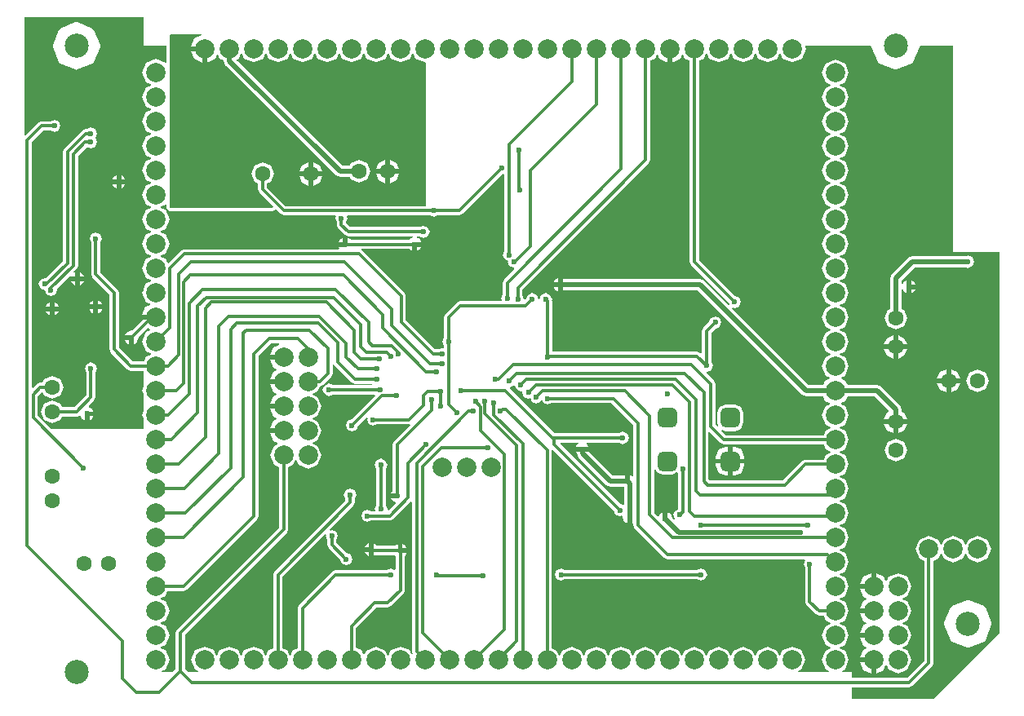
<source format=gbl>
G04 Layer_Physical_Order=2*
G04 Layer_Color=16711680*
%FSLAX44Y44*%
%MOMM*%
G71*
G01*
G75*
%ADD22C,0.3000*%
%ADD23C,0.5000*%
G04:AMPARAMS|DCode=24|XSize=2mm|YSize=2mm|CornerRadius=0.5mm|HoleSize=0mm|Usage=FLASHONLY|Rotation=180.000|XOffset=0mm|YOffset=0mm|HoleType=Round|Shape=RoundedRectangle|*
%AMROUNDEDRECTD24*
21,1,2.0000,1.0000,0,0,180.0*
21,1,1.0000,2.0000,0,0,180.0*
1,1,1.0000,-0.5000,0.5000*
1,1,1.0000,0.5000,0.5000*
1,1,1.0000,0.5000,-0.5000*
1,1,1.0000,-0.5000,-0.5000*
%
%ADD24ROUNDEDRECTD24*%
%ADD25C,2.5000*%
%ADD26C,1.6000*%
%ADD27C,2.0000*%
%ADD28C,0.6000*%
G36*
X194834Y712085D02*
X195071Y710857D01*
X187486Y707715D01*
X184083Y699500D01*
X198201D01*
Y697000D01*
X200701D01*
Y682882D01*
X208916Y686285D01*
X210818Y690877D01*
X212068D01*
X213653Y687052D01*
X217649Y685396D01*
Y684398D01*
X219393Y680188D01*
X334291Y565290D01*
X338500Y563547D01*
X348560D01*
X349581Y561081D01*
X358000Y557594D01*
X366419Y561081D01*
X369906Y569500D01*
X366419Y577919D01*
X358000Y581406D01*
X349581Y577919D01*
X348560Y575453D01*
X340966D01*
X231388Y685031D01*
X231632Y686257D01*
X233552Y687052D01*
X235677Y692183D01*
X236927D01*
X239053Y687052D01*
X249002Y682931D01*
X258952Y687052D01*
X261077Y692181D01*
X262327D01*
X264452Y687051D01*
X274402Y682930D01*
X284351Y687051D01*
X286477Y692182D01*
X287727D01*
X289852Y687051D01*
X299802Y682930D01*
X309751Y687051D01*
X311877Y692182D01*
X313127D01*
X315252Y687051D01*
X325202Y682930D01*
X335151Y687051D01*
X337277Y692182D01*
X338527D01*
X340652Y687051D01*
X350602Y682930D01*
X360551Y687051D01*
X362676Y692180D01*
X363926D01*
X366051Y687050D01*
X376001Y682929D01*
X385951Y687050D01*
X388076Y692181D01*
X389326D01*
X391451Y687050D01*
X401401Y682929D01*
X411351Y687050D01*
X413477Y692184D01*
X414727D01*
X416853Y687052D01*
X426802Y682931D01*
X426961Y682996D01*
X428000Y682302D01*
X428000Y533871D01*
X282017D01*
X262871Y553018D01*
Y557111D01*
X266419Y558581D01*
X269906Y567000D01*
X266419Y575419D01*
X258000Y578906D01*
X249581Y575419D01*
X246094Y567000D01*
X249581Y558581D01*
X253129Y557111D01*
Y551000D01*
X254556Y547556D01*
X268957Y533155D01*
X268479Y532000D01*
X162000D01*
X162000Y711566D01*
X162889Y712445D01*
X194834Y712085D01*
D02*
G37*
G36*
X733457Y287654D02*
X736902Y286228D01*
X840446D01*
X842550Y281149D01*
X847681Y279023D01*
Y277773D01*
X842550Y275648D01*
X840446Y270569D01*
X821698D01*
X818254Y269142D01*
X797982Y248871D01*
X722018D01*
X720871Y250018D01*
Y298608D01*
X722026Y299086D01*
X733457Y287654D01*
D02*
G37*
G36*
X667127Y257736D02*
X673250Y255200D01*
X683250D01*
X687898Y257125D01*
X689129Y256282D01*
Y218720D01*
X686408Y217592D01*
X684506Y213000D01*
X686145Y209042D01*
X685086Y208333D01*
X682981Y210438D01*
X681357Y214357D01*
X678500Y215541D01*
Y209000D01*
X673500D01*
Y215541D01*
X670642Y214357D01*
X669576Y211782D01*
X668350Y211539D01*
X664871Y215018D01*
Y259979D01*
X666097Y260223D01*
X667127Y257736D01*
D02*
G37*
G36*
X509129Y566677D02*
Y486920D01*
X507506Y483000D01*
X509408Y478408D01*
X512903Y476960D01*
X512506Y476000D01*
X514408Y471408D01*
X518894Y469550D01*
X519463Y468351D01*
X508556Y457444D01*
X507129Y454000D01*
Y441920D01*
X505506Y438000D01*
X506371Y435910D01*
X505677Y434871D01*
X463000D01*
X459556Y433444D01*
X447556Y421444D01*
X446129Y418000D01*
Y396920D01*
X444506Y393000D01*
X446129Y389080D01*
Y387152D01*
X445090Y386457D01*
X445000Y386494D01*
X441080Y384871D01*
X437018D01*
X406871Y415018D01*
Y440000D01*
X405444Y443444D01*
X361444Y487444D01*
X360394Y487879D01*
X360642Y489129D01*
X410441D01*
X410643Y488643D01*
X413500Y487459D01*
Y494000D01*
X416000D01*
Y496500D01*
X422541D01*
X421358Y499357D01*
X417684Y500879D01*
X417933Y502129D01*
X421080D01*
X425000Y500506D01*
X429592Y502408D01*
X431494Y507000D01*
X429592Y511592D01*
X425000Y513494D01*
X421080Y511871D01*
X349018D01*
X344871Y516017D01*
Y517080D01*
X346494Y521000D01*
X345629Y523090D01*
X346323Y524129D01*
X432080D01*
X436000Y522506D01*
X439920Y524129D01*
X462000D01*
X465444Y525556D01*
X506673Y566784D01*
X508090Y567371D01*
X509129Y566677D01*
D02*
G37*
G36*
X332556Y368556D02*
X350556Y350556D01*
X354000Y349129D01*
X371828D01*
X371835Y349121D01*
X371244Y347871D01*
X330920D01*
X327000Y349494D01*
X322408Y347592D01*
X320506Y343000D01*
X322408Y338408D01*
X327000Y336506D01*
X330920Y338129D01*
X374473D01*
X374991Y336879D01*
X350327Y312216D01*
X346408Y310592D01*
X344506Y306000D01*
X346408Y301408D01*
X351000Y299506D01*
X355592Y301408D01*
X357216Y305327D01*
X366091Y314203D01*
X367130Y313508D01*
X366506Y312000D01*
X368408Y307408D01*
X373000Y305506D01*
X376920Y307129D01*
X410000D01*
X410808Y307464D01*
X411516Y306404D01*
X394556Y289444D01*
X393129Y286000D01*
Y238559D01*
X392642Y238358D01*
X391459Y235500D01*
X398000D01*
Y230500D01*
X391459D01*
X392642Y227642D01*
X395925Y226283D01*
X396169Y225057D01*
X388737Y217625D01*
X388296Y217668D01*
X387494Y219000D01*
X385871Y222920D01*
Y261080D01*
X387494Y265000D01*
X385592Y269592D01*
X381000Y271494D01*
X376408Y269592D01*
X374506Y265000D01*
X376129Y261080D01*
Y222920D01*
X374506Y219000D01*
X374957Y217910D01*
X374263Y216871D01*
X370920D01*
X367000Y218494D01*
X362408Y216592D01*
X360506Y212000D01*
X362408Y207408D01*
X367000Y205506D01*
X370920Y207129D01*
X390000D01*
X393444Y208556D01*
X411879Y226991D01*
X413129Y226473D01*
Y70902D01*
X414095Y68570D01*
X413982Y68400D01*
X412571Y68539D01*
X410951Y72451D01*
X401001Y76572D01*
X391051Y72451D01*
X388925Y67318D01*
X387675D01*
X385550Y72450D01*
X375600Y76571D01*
X365650Y72450D01*
X364066Y68626D01*
X362816D01*
X360915Y73215D01*
X355071Y75636D01*
Y95782D01*
X376418Y117129D01*
X388000D01*
X391444Y118556D01*
X404444Y131556D01*
X405871Y135000D01*
Y170441D01*
X406358Y170643D01*
X407541Y173500D01*
X401000D01*
Y176000D01*
X398500D01*
Y182541D01*
X395643Y181357D01*
X395441Y180871D01*
X376973D01*
X376357Y182358D01*
X373500Y183541D01*
Y177000D01*
Y170459D01*
X375119Y171129D01*
X395441D01*
X395643Y170643D01*
X396129Y170441D01*
Y156688D01*
X394879Y155887D01*
X391000Y157494D01*
X387080Y155871D01*
X334000D01*
X330556Y154444D01*
X295957Y119845D01*
X294530Y116401D01*
Y74554D01*
X289451Y72451D01*
X287326Y67320D01*
X286076D01*
X283951Y72451D01*
X278872Y74554D01*
Y148983D01*
X323091Y193203D01*
X324130Y192508D01*
X323506Y191000D01*
X325129Y187080D01*
Y182000D01*
X326556Y178556D01*
X338784Y166327D01*
X340408Y162408D01*
X345000Y160506D01*
X349592Y162408D01*
X351494Y167000D01*
X349592Y171592D01*
X345672Y173216D01*
X334871Y184018D01*
Y187080D01*
X336494Y191000D01*
X334592Y195592D01*
X330000Y197494D01*
X328492Y196870D01*
X327797Y197909D01*
X352444Y222556D01*
X353871Y226000D01*
Y230080D01*
X355494Y234000D01*
X353592Y238592D01*
X349000Y240494D01*
X344408Y238592D01*
X342506Y234000D01*
X344129Y230080D01*
Y228018D01*
X270557Y154445D01*
X269130Y151001D01*
Y74554D01*
X264051Y72451D01*
X261926Y67320D01*
X260676D01*
X258551Y72451D01*
X248601Y76572D01*
X238651Y72451D01*
X236526Y67321D01*
X235276D01*
X233151Y72451D01*
X223202Y76573D01*
X213252Y72451D01*
X211127Y67321D01*
X209877D01*
X207751Y72451D01*
X197802Y76573D01*
X187852Y72451D01*
X183731Y62502D01*
X187852Y52552D01*
X191053Y51226D01*
X190809Y50000D01*
X180888D01*
X177871Y53018D01*
Y88982D01*
X283444Y194556D01*
X284871Y198000D01*
Y262946D01*
X289950Y265050D01*
X292075Y270181D01*
X293325D01*
X295450Y265050D01*
X305400Y260929D01*
X315350Y265050D01*
X319471Y275000D01*
X315350Y284950D01*
X310219Y287075D01*
Y288325D01*
X315350Y290450D01*
X319471Y300400D01*
X315350Y310350D01*
X310218Y312476D01*
Y313726D01*
X315349Y315851D01*
X319470Y325801D01*
X315349Y335751D01*
X310220Y337875D01*
Y339125D01*
X315350Y341250D01*
X317506Y346456D01*
X320644Y347756D01*
X329444Y356556D01*
X330871Y360000D01*
Y369358D01*
X332121Y369606D01*
X332556Y368556D01*
D02*
G37*
G36*
X519848Y347173D02*
X521408Y343408D01*
X526000Y341506D01*
X527061Y341945D01*
X527945Y341061D01*
X527506Y340000D01*
X529408Y335408D01*
X534000Y333506D01*
X535813Y334257D01*
X537408Y330408D01*
X542000Y328506D01*
X546592Y330408D01*
X547168Y331798D01*
X548418D01*
X549408Y329408D01*
X554000Y327506D01*
X557920Y329129D01*
X619982D01*
X643129Y305982D01*
Y254219D01*
X641879Y253556D01*
X639500Y254541D01*
Y248000D01*
X634500D01*
Y254541D01*
X633080Y253953D01*
X621466D01*
X596919Y278500D01*
X583459D01*
X584047Y277080D01*
Y277000D01*
X585790Y272791D01*
X614790Y243790D01*
X619000Y242047D01*
X633047D01*
Y223943D01*
X632007Y223249D01*
X629673Y224216D01*
X567009Y286879D01*
X567527Y288129D01*
X585716D01*
X585960Y286903D01*
X584642Y286357D01*
X583459Y283500D01*
X596541D01*
X595358Y286357D01*
X594040Y286903D01*
X594284Y288129D01*
X628080D01*
X632000Y286506D01*
X636592Y288408D01*
X638494Y293000D01*
X636592Y297592D01*
X632000Y299494D01*
X628080Y297871D01*
X561017D01*
X514520Y344368D01*
X514813Y345843D01*
X518592Y347408D01*
X519848Y347173D01*
D02*
G37*
G36*
X158753Y535493D02*
Y532000D01*
X159704Y529704D01*
X162000Y528753D01*
X268479D01*
X269075Y529000D01*
X269721D01*
X270178Y529457D01*
X270775Y529704D01*
X272177Y529935D01*
X276556Y525556D01*
X280000Y524129D01*
X333677D01*
X334371Y523090D01*
X333506Y521000D01*
X335129Y517080D01*
Y514000D01*
X336556Y510556D01*
X343556Y503556D01*
X347000Y502129D01*
X414067D01*
X414316Y500879D01*
X410643Y499357D01*
X410441Y498871D01*
X349559D01*
X349357Y499357D01*
X346500Y500541D01*
Y494000D01*
X344000D01*
Y491500D01*
X337459D01*
X338117Y489910D01*
X337423Y488871D01*
X177000D01*
X173556Y487444D01*
X160562Y474451D01*
X159337Y474695D01*
X157450Y479250D01*
X152318Y481376D01*
Y482626D01*
X157449Y484751D01*
X161570Y494701D01*
X157449Y504651D01*
X152318Y506776D01*
Y508026D01*
X157449Y510151D01*
X161570Y520101D01*
X157449Y530051D01*
X152320Y532175D01*
Y533425D01*
X157450Y535550D01*
X157527Y535736D01*
X158753Y535493D01*
D02*
G37*
G36*
X275533Y389903D02*
X269285Y387315D01*
X265882Y379100D01*
X280000D01*
Y374100D01*
X265882D01*
X269285Y365885D01*
X272568Y364525D01*
Y363275D01*
X269285Y361915D01*
X265882Y353700D01*
X280000D01*
Y348700D01*
X265882D01*
X269285Y340485D01*
X272567Y339126D01*
Y337876D01*
X269284Y336516D01*
X265881Y328301D01*
X279999D01*
Y323301D01*
X265881D01*
X269284Y315086D01*
X272568Y313725D01*
Y312475D01*
X269285Y311115D01*
X265882Y302900D01*
X280000D01*
Y297900D01*
X265882D01*
X269285Y289685D01*
X273874Y287784D01*
Y286534D01*
X270050Y284950D01*
X265929Y275000D01*
X270050Y265050D01*
X275129Y262946D01*
Y224000D01*
Y200018D01*
X169556Y94444D01*
X168129Y91000D01*
Y53018D01*
X165112Y50000D01*
X153531D01*
X153287Y51226D01*
X157450Y52950D01*
X161571Y62900D01*
X157450Y72850D01*
X152316Y74976D01*
Y76226D01*
X157448Y78352D01*
X161569Y88302D01*
X157448Y98251D01*
X152317Y100377D01*
Y101627D01*
X157448Y103752D01*
X161569Y113702D01*
X157448Y123651D01*
X152319Y125776D01*
Y127026D01*
X157449Y129151D01*
X159553Y134230D01*
X176101D01*
X179545Y135657D01*
X252444Y208556D01*
X253871Y212000D01*
Y224000D01*
Y377982D01*
X267017Y391129D01*
X275289D01*
X275533Y389903D01*
D02*
G37*
G36*
X622784Y217327D02*
X624408Y213408D01*
X629000Y211506D01*
X630669Y212197D01*
X631553Y211313D01*
X631423Y211000D01*
X633642Y205643D01*
X636500Y204459D01*
Y211000D01*
X641500D01*
Y204459D01*
X642090Y204703D01*
X643129Y204009D01*
Y202000D01*
X644556Y198556D01*
X674556Y168556D01*
X678000Y167129D01*
X820312D01*
X821113Y165879D01*
X819506Y162000D01*
X821129Y158080D01*
Y123000D01*
X822556Y119556D01*
X832258Y109854D01*
X835702Y108428D01*
X840446D01*
X842550Y103349D01*
X847680Y101224D01*
Y99974D01*
X842549Y97849D01*
X838428Y87899D01*
X842549Y77949D01*
X847680Y75824D01*
Y74574D01*
X842549Y72449D01*
X838428Y62499D01*
X842549Y52549D01*
X845744Y51226D01*
X845501Y50000D01*
X814395D01*
X814152Y51226D01*
X817350Y52551D01*
X821472Y62501D01*
X817350Y72451D01*
X807401Y76572D01*
X797451Y72451D01*
X795325Y67317D01*
X794075D01*
X791949Y72449D01*
X781999Y76570D01*
X772049Y72449D01*
X769924Y67318D01*
X768674D01*
X766549Y72449D01*
X756599Y76570D01*
X746649Y72449D01*
X744525Y67320D01*
X743275D01*
X741150Y72450D01*
X731200Y76571D01*
X721250Y72450D01*
X719125Y67319D01*
X717875D01*
X715750Y72450D01*
X705800Y76571D01*
X695850Y72450D01*
X693725Y67319D01*
X692475D01*
X690350Y72450D01*
X680400Y76571D01*
X670450Y72450D01*
X668325Y67319D01*
X667075D01*
X664950Y72450D01*
X655000Y76571D01*
X645050Y72450D01*
X642926Y67320D01*
X641676D01*
X639551Y72451D01*
X629601Y76572D01*
X619651Y72451D01*
X617526Y67320D01*
X616276D01*
X614151Y72451D01*
X604201Y76572D01*
X594251Y72451D01*
X592125Y67317D01*
X590875D01*
X588749Y72449D01*
X578799Y76570D01*
X568849Y72449D01*
X566724Y67318D01*
X565474D01*
X563349Y72449D01*
X558270Y74553D01*
Y280074D01*
X559520Y280592D01*
X622784Y217327D01*
D02*
G37*
G36*
X135000Y700000D02*
X158753D01*
Y682509D01*
X157527Y682265D01*
X157451Y682449D01*
X147501Y686570D01*
X137551Y682449D01*
X133430Y672499D01*
X137551Y662549D01*
X142682Y660424D01*
Y659174D01*
X137551Y657049D01*
X133430Y647099D01*
X137551Y637149D01*
X142681Y635025D01*
Y633775D01*
X137550Y631650D01*
X135000Y625493D01*
X133429Y621700D01*
X135000Y617907D01*
X137550Y611750D01*
X142681Y609625D01*
Y608375D01*
X137550Y606250D01*
X133429Y596300D01*
X137550Y586350D01*
X142681Y584225D01*
Y582975D01*
X137550Y580850D01*
X135000Y574693D01*
X133429Y570900D01*
X135000Y567107D01*
X137550Y560950D01*
X142681Y558825D01*
Y557575D01*
X137550Y555450D01*
X133429Y545500D01*
X137550Y535550D01*
X142680Y533426D01*
Y532176D01*
X137549Y530051D01*
X133428Y520101D01*
X137549Y510151D01*
X142680Y508026D01*
Y506776D01*
X137549Y504651D01*
X135000Y498496D01*
D01*
X134173Y496500D01*
X133428Y494701D01*
X137549Y484751D01*
X142682Y482625D01*
Y481375D01*
X137550Y479250D01*
X135000Y473093D01*
X134601Y472129D01*
X133429Y469300D01*
X137550Y459350D01*
X142681Y457225D01*
Y455975D01*
X137550Y453850D01*
X135000Y447693D01*
X134565Y446642D01*
X133429Y443900D01*
X137550Y433950D01*
X141373Y432367D01*
Y431117D01*
X136784Y429216D01*
X135000Y424909D01*
X133381Y421001D01*
X147499D01*
Y416001D01*
X133381D01*
X133595Y415484D01*
X122487Y404375D01*
X122000Y404577D01*
X116643Y402357D01*
X115459Y399500D01*
X122000D01*
Y397000D01*
X124500D01*
Y390459D01*
X127358Y391642D01*
X129577Y397000D01*
X129375Y397487D01*
X133845Y401957D01*
D01*
X138827Y406939D01*
X141374Y405885D01*
Y404635D01*
X137549Y403051D01*
X135000Y396896D01*
X134008Y394500D01*
X133428Y393101D01*
X137549Y383151D01*
X142680Y381026D01*
Y379776D01*
X137549Y377651D01*
X135446Y372572D01*
X123317D01*
X109000Y386888D01*
Y443871D01*
X107573Y447315D01*
X104888Y450000D01*
X89871Y465018D01*
D01*
Y496080D01*
X91494Y500000D01*
X89592Y504592D01*
X85000Y506494D01*
X80408Y504592D01*
X78506Y500000D01*
X80129Y496080D01*
Y463000D01*
X81556Y459556D01*
X99258Y441853D01*
Y384871D01*
X100685Y381427D01*
X117855Y364257D01*
X121299Y362830D01*
X135000D01*
Y346096D01*
X133428Y342301D01*
X135000Y338506D01*
Y320699D01*
X133427Y316902D01*
X135000Y313105D01*
Y302000D01*
X38888D01*
X24871Y316017D01*
Y335983D01*
X28956Y340068D01*
X30389Y339858D01*
X31581Y336981D01*
X40000Y333494D01*
X48419Y336981D01*
X51906Y345400D01*
X48419Y353819D01*
X40000Y357306D01*
X31581Y353819D01*
X30111Y350271D01*
X27400D01*
X23956Y348844D01*
X20026Y344914D01*
X18871Y345392D01*
Y599982D01*
X31017Y612129D01*
X38080D01*
X42000Y610506D01*
X46592Y612408D01*
X48494Y617000D01*
X46592Y621592D01*
X42000Y623494D01*
X38080Y621871D01*
X29000D01*
X25556Y620444D01*
X12155Y607043D01*
X11000Y607522D01*
Y730000D01*
X135000D01*
Y700000D01*
D02*
G37*
G36*
X683301Y682882D02*
X691516Y686285D01*
X693417Y690874D01*
X694667D01*
X696251Y687050D01*
X701330Y684946D01*
Y475799D01*
X702757Y472355D01*
X741784Y433327D01*
X742438Y431749D01*
X741378Y431040D01*
X716209Y456209D01*
X712000Y457953D01*
X570920D01*
X569500Y458541D01*
Y452000D01*
Y445459D01*
X570920Y446047D01*
X709534D01*
X817893Y337688D01*
X822102Y335944D01*
X839813D01*
X841786Y331182D01*
X846375Y329281D01*
Y328031D01*
X842551Y326447D01*
X838430Y316498D01*
X842551Y306548D01*
X847680Y304423D01*
Y303173D01*
X842550Y301048D01*
X840446Y295969D01*
X738919D01*
X734435Y300453D01*
X735130Y301492D01*
X738250Y300200D01*
X748250D01*
X754372Y302736D01*
X756909Y308859D01*
Y318859D01*
X754372Y324982D01*
X748250Y327518D01*
X738250D01*
X732127Y324982D01*
X729591Y318859D01*
Y308859D01*
X730883Y305739D01*
X729843Y305045D01*
X727871Y307017D01*
Y349000D01*
X726444Y352444D01*
X718538Y360351D01*
X719106Y361550D01*
X723592Y363408D01*
X725494Y368000D01*
X723871Y371920D01*
Y401982D01*
X728672Y406784D01*
X732592Y408408D01*
X734494Y413000D01*
X732592Y417592D01*
X728000Y419494D01*
X723408Y417592D01*
X721784Y413672D01*
X715556Y407444D01*
X714129Y404000D01*
Y381392D01*
X712974Y380914D01*
X712444Y381444D01*
X709000Y382871D01*
X558871D01*
Y435000D01*
X558268Y436454D01*
X558494Y437000D01*
X556592Y441592D01*
X552000Y443494D01*
X547408Y441592D01*
X545649Y437347D01*
X544351D01*
X542592Y441592D01*
X538000Y443494D01*
X533408Y441592D01*
X531784Y437673D01*
X530649Y436538D01*
X529450Y437106D01*
X527871Y440920D01*
Y446982D01*
X658846Y577957D01*
X660272Y581402D01*
Y684947D01*
X665351Y687051D01*
X666935Y690874D01*
X668185D01*
X670086Y686285D01*
X678301Y682882D01*
Y697000D01*
X683301D01*
Y682882D01*
D02*
G37*
G36*
X975000Y486000D02*
X1023000D01*
Y91000D01*
X954000Y22000D01*
X870000D01*
Y34129D01*
X929000D01*
X932444Y35556D01*
X953044Y56156D01*
X954471Y59600D01*
Y165446D01*
X959550Y167550D01*
X961675Y172681D01*
X962925D01*
X965050Y167550D01*
X975000Y163429D01*
X984950Y167550D01*
X987074Y172680D01*
X988324D01*
X990449Y167549D01*
X1000399Y163428D01*
X1010349Y167549D01*
X1014470Y177499D01*
X1010349Y187449D01*
X1000399Y191570D01*
X990449Y187449D01*
X988325Y182320D01*
X987075D01*
X984950Y187450D01*
X975000Y191571D01*
X965050Y187450D01*
X962925Y182319D01*
X961675D01*
X959550Y187450D01*
X949600Y191571D01*
X939650Y187450D01*
X935529Y177500D01*
X939650Y167550D01*
X944729Y165446D01*
Y61617D01*
X933112Y50000D01*
X926982Y43871D01*
X870000D01*
Y50000D01*
X859498D01*
X859254Y51226D01*
X862449Y52549D01*
X866570Y62499D01*
X862449Y72449D01*
X857318Y74574D01*
Y75824D01*
X862449Y77949D01*
X866570Y87899D01*
X862449Y97849D01*
X857320Y99974D01*
Y101224D01*
X862450Y103349D01*
X866571Y113298D01*
X862450Y123248D01*
X857319Y125373D01*
Y126623D01*
X862450Y128749D01*
X866571Y138698D01*
X862450Y148648D01*
X857319Y150773D01*
Y152023D01*
X862450Y154149D01*
X866571Y164098D01*
X862450Y174048D01*
X857319Y176173D01*
Y177423D01*
X862450Y179549D01*
X866571Y189498D01*
X862450Y199448D01*
X857320Y201573D01*
Y202823D01*
X862451Y204948D01*
X866572Y214898D01*
X862451Y224847D01*
X857320Y226973D01*
Y228223D01*
X862451Y230348D01*
X866572Y240298D01*
X862451Y250247D01*
X857318Y252373D01*
Y253623D01*
X862450Y255749D01*
X866571Y265698D01*
X862450Y275648D01*
X857319Y277773D01*
Y279023D01*
X862450Y281149D01*
X866571Y291098D01*
X862450Y301048D01*
X857320Y303173D01*
Y304423D01*
X862451Y306548D01*
X866572Y316498D01*
X862451Y326447D01*
X858626Y328031D01*
Y329281D01*
X863216Y331182D01*
X865188Y335944D01*
X893636D01*
X908098Y321483D01*
X907805Y320008D01*
X905816Y319184D01*
X903047Y312500D01*
X915000D01*
X926953D01*
X924184Y319184D01*
X920953Y320523D01*
Y323000D01*
X919210Y327210D01*
X900312Y346107D01*
X896102Y347851D01*
X865188D01*
X863216Y352613D01*
X858626Y354514D01*
Y355764D01*
X862451Y357348D01*
X866572Y367298D01*
X862451Y377247D01*
X857320Y379373D01*
Y380623D01*
X862451Y382748D01*
X866572Y392698D01*
X862451Y402647D01*
X857321Y404772D01*
Y406022D01*
X862451Y408147D01*
X866573Y418097D01*
X862451Y428046D01*
X857321Y430172D01*
Y431422D01*
X862451Y433547D01*
X866573Y443497D01*
X862451Y453447D01*
X857318Y455573D01*
Y456823D01*
X862450Y458949D01*
X866571Y468898D01*
X862450Y478848D01*
X857319Y480973D01*
Y482223D01*
X862450Y484349D01*
X866571Y494298D01*
X862450Y504248D01*
X857320Y506373D01*
Y507623D01*
X862451Y509748D01*
X866572Y519698D01*
X862451Y529647D01*
X857320Y531773D01*
Y533023D01*
X862451Y535148D01*
X866572Y545098D01*
X862451Y555047D01*
X857320Y557173D01*
Y558423D01*
X862451Y560548D01*
X866572Y570498D01*
X862451Y580447D01*
X857320Y582573D01*
Y583823D01*
X862451Y585948D01*
X866572Y595898D01*
X862451Y605847D01*
X857321Y607972D01*
Y609222D01*
X862451Y611347D01*
X866573Y621297D01*
X862451Y631246D01*
X857321Y633372D01*
Y634622D01*
X862451Y636747D01*
X866573Y646697D01*
X862451Y656646D01*
X857318Y658773D01*
Y660023D01*
X862450Y662149D01*
X866571Y672098D01*
X862450Y682048D01*
X852500Y686170D01*
X842550Y682048D01*
X838429Y672098D01*
X842550Y662149D01*
X847684Y660022D01*
Y658772D01*
X842552Y656646D01*
X838430Y646697D01*
X842552Y636747D01*
X847683Y634622D01*
Y633372D01*
X842552Y631246D01*
X838430Y621297D01*
X842552Y611347D01*
X847681Y609222D01*
Y607972D01*
X842551Y605847D01*
X838430Y595898D01*
X842551Y585948D01*
X847682Y583823D01*
Y582573D01*
X842551Y580447D01*
X838430Y570498D01*
X842551Y560548D01*
X847682Y558423D01*
Y557173D01*
X842551Y555047D01*
X838430Y545098D01*
X842551Y535148D01*
X847682Y533023D01*
Y531773D01*
X842551Y529647D01*
X838430Y519698D01*
X842551Y509748D01*
X847680Y507623D01*
Y506373D01*
X842550Y504248D01*
X838429Y494298D01*
X842550Y484349D01*
X847681Y482223D01*
Y480973D01*
X842550Y478848D01*
X838429Y468898D01*
X842550Y458949D01*
X847684Y456822D01*
Y455572D01*
X842552Y453447D01*
X838430Y443497D01*
X842552Y433547D01*
X847683Y431422D01*
Y430172D01*
X842552Y428046D01*
X838430Y418097D01*
X842552Y408147D01*
X847681Y406022D01*
Y404772D01*
X842551Y402647D01*
X838430Y392698D01*
X842551Y382748D01*
X847682Y380623D01*
Y379373D01*
X842551Y377247D01*
X838430Y367298D01*
X842551Y357348D01*
X846375Y355764D01*
Y354514D01*
X841786Y352613D01*
X839813Y347851D01*
X824568D01*
X745041Y427379D01*
X745749Y428438D01*
X748000Y427506D01*
X752592Y429408D01*
X754494Y434000D01*
X752592Y438592D01*
X748672Y440216D01*
X711072Y477817D01*
Y684946D01*
X716151Y687050D01*
X718276Y692181D01*
X719526D01*
X721651Y687050D01*
X731601Y682929D01*
X741551Y687050D01*
X743676Y692181D01*
X744926D01*
X747051Y687050D01*
X757001Y682929D01*
X766951Y687050D01*
X769075Y692180D01*
X770325D01*
X772450Y687049D01*
X782400Y682928D01*
X792350Y687049D01*
X794475Y692180D01*
X795725D01*
X797850Y687049D01*
X807800Y682928D01*
X817750Y687049D01*
X821871Y696999D01*
X821059Y698961D01*
X821753Y700000D01*
X889468D01*
X890352Y699116D01*
Y698757D01*
X896693Y683450D01*
X898450Y681693D01*
X913757Y675352D01*
X914403D01*
X915000Y675105D01*
X915597Y675352D01*
X916243D01*
X931550Y681693D01*
X933307Y683450D01*
X939648Y698757D01*
Y699116D01*
X940532Y700000D01*
X975000D01*
Y486000D01*
D02*
G37*
%LPC*%
G36*
X385500Y567000D02*
X376047D01*
X378816Y560316D01*
X385500Y557547D01*
Y567000D01*
D02*
G37*
G36*
X305500Y564500D02*
X296047D01*
X298816Y557816D01*
X305500Y555047D01*
Y564500D01*
D02*
G37*
G36*
X399953Y567000D02*
X390500D01*
Y557547D01*
X397184Y560316D01*
X399953Y567000D01*
D02*
G37*
G36*
X319953Y564500D02*
X310500D01*
Y555047D01*
X317184Y557816D01*
X319953Y564500D01*
D02*
G37*
G36*
X390500Y581453D02*
Y572000D01*
X399953D01*
X397184Y578684D01*
X390500Y581453D01*
D02*
G37*
G36*
X195701Y694500D02*
X184083D01*
X187486Y686285D01*
X195701Y682882D01*
Y694500D01*
D02*
G37*
G36*
X305500Y578953D02*
X298816Y576184D01*
X296047Y569500D01*
X305500D01*
Y578953D01*
D02*
G37*
G36*
X385500Y581453D02*
X378816Y578684D01*
X376047Y572000D01*
X385500D01*
Y581453D01*
D02*
G37*
G36*
X310500Y578953D02*
Y569500D01*
X319953D01*
X317184Y576184D01*
X310500Y578953D01*
D02*
G37*
G36*
X740750Y266359D02*
X728508D01*
Y263859D01*
X731361Y256971D01*
X738250Y254118D01*
X740750D01*
Y266359D01*
D02*
G37*
G36*
Y283601D02*
X738250D01*
X731361Y280748D01*
X728508Y273859D01*
Y271359D01*
X740750D01*
Y283601D01*
D02*
G37*
G36*
X748250D02*
X745750D01*
Y271359D01*
X757991D01*
Y273859D01*
X755138Y280748D01*
X748250Y283601D01*
D02*
G37*
G36*
X757991Y266359D02*
X745750D01*
Y254118D01*
X748250D01*
X755138Y256971D01*
X757991Y263859D01*
Y266359D01*
D02*
G37*
G36*
X422541Y491500D02*
X418500D01*
Y487459D01*
X421358Y488643D01*
X422541Y491500D01*
D02*
G37*
G36*
X368500Y174500D02*
X364459D01*
X365642Y171642D01*
X368500Y170459D01*
Y174500D01*
D02*
G37*
G36*
X403500Y182541D02*
Y178500D01*
X407541D01*
X406358Y181357D01*
X403500Y182541D01*
D02*
G37*
G36*
X368500Y183541D02*
X365642Y182358D01*
X364459Y179500D01*
X368500D01*
Y183541D01*
D02*
G37*
G36*
X341500Y500541D02*
X338643Y499357D01*
X337459Y496500D01*
X341500D01*
Y500541D01*
D02*
G37*
G36*
X713000Y157494D02*
X709080Y155871D01*
X571920D01*
X568000Y157494D01*
X563408Y155592D01*
X561506Y151000D01*
X563408Y146408D01*
X568000Y144506D01*
X571920Y146129D01*
X709080D01*
X713000Y144506D01*
X717592Y146408D01*
X719494Y151000D01*
X717592Y155592D01*
X713000Y157494D01*
D02*
G37*
G36*
X80000Y371494D02*
X75408Y369592D01*
X73506Y365000D01*
X75129Y361080D01*
Y337018D01*
X62982Y324871D01*
X49889D01*
X48419Y328419D01*
X40000Y331906D01*
X31581Y328419D01*
X28094Y320000D01*
X31581Y311581D01*
X40000Y308094D01*
X48419Y311581D01*
X49889Y315129D01*
X65000D01*
X67782Y316282D01*
X69331Y315809D01*
X70642Y312642D01*
X73500Y311459D01*
Y318000D01*
X76000D01*
Y320500D01*
X82541D01*
X81357Y323358D01*
X78075Y324717D01*
X77831Y325943D01*
X83444Y331556D01*
X84871Y335000D01*
Y361080D01*
X86494Y365000D01*
X84592Y369592D01*
X80000Y371494D01*
D02*
G37*
G36*
X82541Y315500D02*
X78500D01*
Y311459D01*
X81357Y312642D01*
X82541Y315500D01*
D02*
G37*
G36*
X119500Y394500D02*
X115459D01*
X116643Y391642D01*
X119500Y390459D01*
Y394500D01*
D02*
G37*
G36*
X106500Y565541D02*
X103643Y564357D01*
X102459Y561500D01*
X106500D01*
Y565541D01*
D02*
G37*
G36*
Y556500D02*
X102459D01*
X103643Y553643D01*
X106500Y552459D01*
Y556500D01*
D02*
G37*
G36*
X115541D02*
X111500D01*
Y552459D01*
X114358Y553643D01*
X115541Y556500D01*
D02*
G37*
G36*
X80000Y615494D02*
X76080Y613871D01*
X74515D01*
X71071Y612444D01*
X52556Y593929D01*
X51129Y590485D01*
Y476503D01*
X33418Y458792D01*
X32197Y459298D01*
X27604Y457396D01*
X25702Y452803D01*
X27604Y448211D01*
X32104Y446347D01*
X33969Y441847D01*
X38561Y439945D01*
X43153Y441847D01*
X45055Y446439D01*
X44549Y447661D01*
X58613Y461725D01*
X59673Y461017D01*
X59459Y460500D01*
X63500D01*
Y464541D01*
X62983Y464327D01*
X62275Y465387D01*
X65444Y468556D01*
X66871Y472000D01*
Y585983D01*
X76018Y595129D01*
X76080D01*
X80000Y593506D01*
X84592Y595408D01*
X86494Y600000D01*
X84630Y604500D01*
X86494Y609000D01*
X84592Y613592D01*
X80000Y615494D01*
D02*
G37*
G36*
X65000Y724895D02*
X64403Y724648D01*
X63757D01*
X48450Y718307D01*
X46693Y716550D01*
X40352Y701243D01*
Y700000D01*
Y698757D01*
X46693Y683450D01*
X48450Y681693D01*
X63757Y675352D01*
X64403D01*
X65000Y675105D01*
X65597Y675352D01*
X66243D01*
X81550Y681693D01*
X83307Y683450D01*
X89648Y698757D01*
Y700000D01*
Y701243D01*
X83307Y716550D01*
X81550Y718307D01*
X66243Y724648D01*
X65597D01*
X65000Y724895D01*
D02*
G37*
G36*
X111500Y565541D02*
Y561500D01*
X115541D01*
X114358Y564357D01*
X111500Y565541D01*
D02*
G37*
G36*
X42500Y433541D02*
Y429500D01*
X46541D01*
X45357Y432358D01*
X42500Y433541D01*
D02*
G37*
G36*
X37500D02*
X34643Y432358D01*
X33459Y429500D01*
X37500D01*
Y433541D01*
D02*
G37*
G36*
X87500Y435541D02*
Y431500D01*
X91541D01*
X90358Y434358D01*
X87500Y435541D01*
D02*
G37*
G36*
X82500D02*
X79643Y434358D01*
X78459Y431500D01*
X82500D01*
Y435541D01*
D02*
G37*
G36*
X46541Y424500D02*
X42500D01*
Y420459D01*
X45357Y421642D01*
X46541Y424500D01*
D02*
G37*
G36*
X37500D02*
X33459D01*
X34643Y421642D01*
X37500Y420459D01*
Y424500D01*
D02*
G37*
G36*
X91541Y426500D02*
X87500D01*
Y422459D01*
X90358Y423643D01*
X91541Y426500D01*
D02*
G37*
G36*
X82500D02*
X78459D01*
X79643Y423643D01*
X82500Y422459D01*
Y426500D01*
D02*
G37*
G36*
X68500Y464541D02*
Y460500D01*
X72541D01*
X71357Y463358D01*
X68500Y464541D01*
D02*
G37*
G36*
X72541Y455500D02*
X68500D01*
Y451459D01*
X71357Y452643D01*
X72541Y455500D01*
D02*
G37*
G36*
X63500D02*
X59459D01*
X60642Y452643D01*
X63500Y451459D01*
Y455500D01*
D02*
G37*
G36*
X564500Y458541D02*
X561642Y457358D01*
X560459Y454500D01*
X564500D01*
Y458541D01*
D02*
G37*
G36*
Y449500D02*
X560459D01*
X561642Y446642D01*
X564500Y445459D01*
Y449500D01*
D02*
G37*
G36*
X981953Y350000D02*
X972500D01*
Y340547D01*
X973961Y341152D01*
D01*
X979184Y343316D01*
X981953Y350000D01*
D02*
G37*
G36*
X1000000Y364406D02*
X991581Y360919D01*
X988094Y352500D01*
X991581Y344081D01*
X1000000Y340594D01*
X1008419Y344081D01*
X1011906Y352500D01*
X1008419Y360919D01*
X1000000Y364406D01*
D02*
G37*
G36*
X967500Y350000D02*
X958047D01*
X960816Y343316D01*
X967500Y340547D01*
Y350000D01*
D02*
G37*
G36*
X912500Y399453D02*
X905816Y396684D01*
X903047Y390000D01*
X912500D01*
Y399453D01*
D02*
G37*
G36*
X926953Y385000D02*
X917500D01*
Y375547D01*
X924184Y378316D01*
X926953Y385000D01*
D02*
G37*
G36*
X917500Y399453D02*
Y390000D01*
X926953D01*
X924184Y396684D01*
X922247Y397487D01*
X917500Y399453D01*
D02*
G37*
G36*
X967500Y364453D02*
X960816Y361684D01*
X958047Y355000D01*
X967500D01*
Y364453D01*
D02*
G37*
G36*
X889599Y60001D02*
X877981D01*
X881384Y51786D01*
X889599Y48383D01*
Y60001D01*
D02*
G37*
G36*
X912500Y385000D02*
X903047D01*
X905816Y378316D01*
X912500Y375547D01*
Y385000D01*
D02*
G37*
G36*
X972500Y364453D02*
Y355000D01*
X981953D01*
X979184Y361684D01*
X972500Y364453D01*
D02*
G37*
G36*
X926953Y307500D02*
X917500D01*
Y298047D01*
X924184Y300816D01*
X926953Y307500D01*
D02*
G37*
G36*
X990000Y124895D02*
X989403Y124648D01*
X988757D01*
X973450Y118307D01*
X971693Y116550D01*
X965352Y101243D01*
Y100000D01*
Y98757D01*
X971693Y83450D01*
X973450Y81693D01*
X988757Y75352D01*
X989403D01*
X990000Y75105D01*
X990597Y75352D01*
X991243D01*
X1006550Y81693D01*
X1008307Y83450D01*
X1014648Y98757D01*
Y100000D01*
Y101243D01*
X1008307Y116550D01*
X1006550Y118307D01*
X991243Y124648D01*
X990597D01*
X990000Y124895D01*
D02*
G37*
G36*
X889599Y152819D02*
X881384Y149416D01*
X877981Y141201D01*
X889599D01*
Y152819D01*
D02*
G37*
G36*
X912500Y307500D02*
X903047D01*
X905816Y300816D01*
X912500Y298047D01*
Y307500D01*
D02*
G37*
G36*
X915000Y291906D02*
X906581Y288419D01*
X903094Y280000D01*
X906581Y271581D01*
X915000Y268094D01*
X923419Y271581D01*
X926906Y280000D01*
X923419Y288419D01*
X915000Y291906D01*
D02*
G37*
G36*
X894599Y152819D02*
Y138701D01*
X892099D01*
Y136201D01*
X877981D01*
X881384Y127986D01*
X884667Y126626D01*
Y125376D01*
X881384Y124016D01*
X877981Y115801D01*
X892099D01*
Y110801D01*
X877981D01*
X881384Y102586D01*
X884665Y101226D01*
D01*
Y99976D01*
X881722Y98757D01*
X881383Y98617D01*
X877980Y90402D01*
X892098D01*
Y85402D01*
X877980D01*
X881383Y77186D01*
X884667Y75826D01*
Y74576D01*
X881384Y73216D01*
X877981Y65001D01*
X892099D01*
Y62501D01*
X894599D01*
Y48383D01*
X902814Y51786D01*
X904715Y56375D01*
X905965D01*
X907549Y52551D01*
X917499Y48430D01*
X927448Y52551D01*
X931570Y62501D01*
X927448Y72451D01*
X922316Y74576D01*
Y75826D01*
X927448Y77952D01*
X931569Y87902D01*
X927448Y97851D01*
X922318Y99976D01*
Y101226D01*
X927448Y103351D01*
X931570Y113301D01*
X927448Y123251D01*
X922318Y125376D01*
Y126626D01*
X927448Y128751D01*
X931570Y138701D01*
X927448Y148651D01*
X917499Y152772D01*
X907549Y148651D01*
X905965Y144826D01*
D01*
D01*
X904715D01*
X902814Y149416D01*
X894599Y152819D01*
D02*
G37*
G36*
X931500Y456541D02*
Y452500D01*
X935541D01*
X934358Y455358D01*
X931500Y456541D01*
D02*
G37*
G36*
X990000Y482494D02*
X988693Y481953D01*
X932000D01*
X927791Y480210D01*
X910790Y463209D01*
X909047Y459000D01*
Y426940D01*
X906581Y425919D01*
X903094Y417500D01*
X906581Y409081D01*
X915000Y405594D01*
X923419Y409081D01*
X926906Y417500D01*
X923419Y425919D01*
X920953Y426940D01*
Y447868D01*
X922203Y448117D01*
X923643Y444642D01*
X926500Y443459D01*
Y450000D01*
Y456541D01*
X923643Y455358D01*
X922203Y451883D01*
X920953Y452132D01*
Y456534D01*
X934466Y470047D01*
X988693D01*
X990000Y469506D01*
X994592Y471408D01*
X996494Y476000D01*
X994592Y480592D01*
X990000Y482494D01*
D02*
G37*
G36*
X935541Y447500D02*
X931500D01*
Y443459D01*
X934358Y444642D01*
X935541Y447500D01*
D02*
G37*
%LPD*%
D22*
X561000Y293000D02*
X632000D01*
X559000D02*
X561000D01*
Y286000D02*
Y293000D01*
Y286000D02*
X629000Y218000D01*
X691000Y213000D02*
X694000Y216000D01*
Y261000D01*
X701000Y217000D02*
Y330000D01*
X683000Y348000D02*
X701000Y330000D01*
Y217000D02*
X706000Y212000D01*
X687000Y354000D02*
X708000Y333000D01*
Y238000D02*
Y333000D01*
Y238000D02*
X712000Y234000D01*
X696000Y360000D02*
X716000Y340000D01*
Y248000D02*
Y340000D01*
Y248000D02*
X720000Y244000D01*
X660000Y213000D02*
X683641Y189359D01*
X852360D01*
X852500Y189498D01*
X622000Y334000D02*
X648000Y308000D01*
Y202000D02*
Y308000D01*
Y202000D02*
X678000Y172000D01*
X706201Y475799D02*
Y697000D01*
Y475799D02*
X748000Y434000D01*
X719000Y404000D02*
X728000Y413000D01*
X719000Y368000D02*
Y404000D01*
X85000Y463000D02*
Y500000D01*
X280000Y529000D02*
X436000D01*
X258000Y551000D02*
X280000Y529000D01*
X258000Y551000D02*
Y567000D01*
X524000Y551000D02*
X525000Y550000D01*
X524000Y551000D02*
Y592000D01*
X462000Y529000D02*
X506000Y573000D01*
X436000Y529000D02*
X462000D01*
X29000Y617000D02*
X42000D01*
X14000Y602000D02*
X29000Y617000D01*
X14000Y181000D02*
Y602000D01*
Y181000D02*
X113000Y82000D01*
Y43000D02*
Y82000D01*
Y43000D02*
X127000Y29000D01*
X151000D01*
X173000Y51000D01*
X85000Y463000D02*
X104129Y443871D01*
Y384871D02*
Y443871D01*
Y384871D02*
X121299Y367701D01*
X147499D01*
X27400Y345400D02*
X40000D01*
X20000Y338000D02*
X27400Y345400D01*
X20000Y314000D02*
Y338000D01*
Y314000D02*
X72000Y262000D01*
X949600Y59600D02*
Y177500D01*
X929000Y39000D02*
X949600Y59600D01*
X185000Y39000D02*
X929000D01*
X173000Y51000D02*
X185000Y39000D01*
X173000Y51000D02*
Y91000D01*
X280000Y198000D01*
Y275000D01*
X330000Y182000D02*
X345000Y167000D01*
X330000Y182000D02*
Y191000D01*
X274001Y62501D02*
Y151001D01*
X349000Y226000D01*
Y234000D01*
X401000Y135000D02*
Y176000D01*
X388000Y122000D02*
X401000Y135000D01*
X374400Y122000D02*
X388000D01*
X350200Y97800D02*
X374400Y122000D01*
X350200Y62500D02*
Y97800D01*
X372000Y176000D02*
X401000D01*
X371000Y177000D02*
X372000Y176000D01*
X451000Y418000D02*
X463000Y430000D01*
X531000D01*
X147499Y393101D02*
X162000Y407602D01*
Y469000D01*
X177000Y484000D01*
X358000D01*
X402000Y440000D01*
Y413000D02*
Y440000D01*
Y413000D02*
X435000Y380000D01*
X445000D01*
X147499Y367701D02*
X159701D01*
X171000Y379000D01*
Y463000D01*
X184000Y476000D01*
X343000D01*
X392000Y427000D01*
Y410000D02*
Y427000D01*
Y410000D02*
X432000Y370000D01*
X445000D01*
X147499Y342301D02*
X168301D01*
X176000Y350000D01*
Y455000D01*
X183000Y462000D01*
X182000Y433000D02*
X196000Y447000D01*
X182000Y339000D02*
Y433000D01*
X159902Y316902D02*
X182000Y339000D01*
X191000Y430000D02*
X200000Y439000D01*
X191000Y319000D02*
Y430000D01*
X163502Y291502D02*
X191000Y319000D01*
X199000Y428000D02*
X205000Y434000D01*
X199000Y294000D02*
Y428000D01*
X171100Y266100D02*
X199000Y294000D01*
X213000Y409000D02*
X223000Y419000D01*
X213000Y277000D02*
Y409000D01*
X176700Y240700D02*
X213000Y277000D01*
X225000Y406000D02*
X231000Y412000D01*
X225000Y262000D02*
Y406000D01*
X178301Y215301D02*
X225000Y262000D01*
X238000Y402000D02*
X241000Y405000D01*
X238000Y252000D02*
Y402000D01*
X175901Y189901D02*
X238000Y252000D01*
X249000Y380000D02*
X265000Y396000D01*
X249000Y212000D02*
Y380000D01*
X176101Y139101D02*
X249000Y212000D01*
X183000Y462000D02*
X342000D01*
X383000Y421000D01*
Y407000D02*
Y421000D01*
Y407000D02*
X428000Y362000D01*
X439000D01*
X147498Y316902D02*
X159902D01*
X196000Y447000D02*
X334000D01*
X368000Y413000D01*
Y393000D02*
Y413000D01*
Y393000D02*
X372000Y389000D01*
X392000D01*
X398999Y382001D01*
Y379999D02*
Y382001D01*
X147498Y291502D02*
X163502D01*
X200000Y439000D02*
X332000D01*
X360000Y411000D01*
Y388000D02*
Y411000D01*
Y388000D02*
X366000Y382000D01*
X387000D01*
X391000Y378000D01*
X451000Y328000D02*
Y393000D01*
Y418000D01*
X147500Y266100D02*
X171100D01*
X205000Y434000D02*
X324000D01*
X353000Y405000D01*
Y382000D02*
Y405000D01*
Y382000D02*
X360000Y375000D01*
X379000D01*
X147500Y240700D02*
X176700D01*
X223000Y419000D02*
X317000D01*
X345000Y391000D01*
Y377000D02*
Y391000D01*
Y377000D02*
X357000Y365000D01*
X377000D01*
X147499Y215301D02*
X178301D01*
X231000Y412000D02*
X316000D01*
X336000Y392000D01*
Y372000D02*
Y392000D01*
Y372000D02*
X354000Y354000D01*
X377000D01*
X147499Y189901D02*
X175901D01*
X241000Y405000D02*
X307000D01*
X326000Y386000D01*
Y360000D02*
Y386000D01*
X317200Y351200D02*
X326000Y360000D01*
X305400Y351200D02*
X317200D01*
X305400Y376600D02*
Y385600D01*
X295000Y396000D02*
X305400Y385600D01*
X265000Y396000D02*
X295000D01*
X147499Y139101D02*
X176101D01*
X382000Y337000D02*
X397000D01*
X351000Y306000D02*
X382000Y337000D01*
X327000Y343000D02*
X380000D01*
X429000Y341000D02*
X443000D01*
X425000Y337000D02*
X429000Y341000D01*
X425000Y327000D02*
Y337000D01*
X410000Y312000D02*
X425000Y327000D01*
X373000Y312000D02*
X410000D01*
X443000Y326000D02*
Y341000D01*
X464000Y342000D02*
X510000D01*
X559000Y293000D01*
X381000Y219000D02*
Y265000D01*
X367000Y212000D02*
X390000D01*
X409000Y231000D01*
Y267000D01*
X428000Y286000D01*
X451000Y328000D02*
X460000Y319000D01*
X299401Y62501D02*
Y116401D01*
X334000Y151000D01*
X391000D01*
X439000D02*
X440000Y150000D01*
X487000D01*
X568000Y151000D02*
X713000D01*
Y202000D02*
X824000D01*
X122000Y397000D02*
X143501Y418501D01*
X147499D01*
X40000Y320000D02*
X65000D01*
X80000Y335000D01*
Y365000D01*
X74515Y609000D02*
X80000D01*
X56000Y590485D02*
X74515Y609000D01*
X74000Y600000D02*
X80000D01*
X62000Y588000D02*
X74000Y600000D01*
X56000Y474485D02*
Y590485D01*
X62000Y472000D02*
Y588000D01*
X38561Y448561D02*
X62000Y472000D01*
X34318Y452803D02*
X56000Y474485D01*
X32197Y452803D02*
X34318D01*
X38561Y446439D02*
Y448561D01*
X472000Y321000D02*
X477000D01*
X418000Y267000D02*
X472000Y321000D01*
X434000Y322000D02*
Y333000D01*
X398000Y286000D02*
X434000Y322000D01*
X398000Y233000D02*
Y286000D01*
X424000Y90300D02*
X451800Y62500D01*
X424000Y90300D02*
Y263000D01*
X444000Y283000D01*
X418000Y70902D02*
Y267000D01*
Y70902D02*
X426401Y62501D01*
X444000Y283000D02*
X492000D01*
X484750Y300250D02*
Y325250D01*
X477200Y62500D02*
X509000Y94300D01*
Y276000D01*
X484750Y300250D02*
X509000Y276000D01*
X489000Y318000D02*
X522000Y285000D01*
Y81900D02*
Y285000D01*
X502600Y62500D02*
X522000Y81900D01*
X489000Y318000D02*
Y331000D01*
X479000D02*
X484750Y325250D01*
X528000Y62500D02*
Y287000D01*
X498000Y317000D02*
X528000Y287000D01*
X498000Y317000D02*
Y329000D01*
X736902Y291098D02*
X852500D01*
X723000Y305000D02*
X736902Y291098D01*
X723000Y305000D02*
Y349000D01*
X703000Y369000D02*
X723000Y349000D01*
X518000Y369000D02*
X703000D01*
X503000Y354000D02*
X518000Y369000D01*
X500000Y354000D02*
X503000D01*
X709000Y378000D02*
X719000Y368000D01*
X555000Y378000D02*
X709000D01*
X554000Y377000D02*
X555000Y378000D01*
X554000Y377000D02*
Y435000D01*
X821698Y265698D02*
X852500D01*
X800000Y244000D02*
X821698Y265698D01*
X720000Y244000D02*
X800000D01*
X522000Y360000D02*
X696000D01*
X514000Y352000D02*
X522000Y360000D01*
X846203Y234000D02*
X852501Y240298D01*
X712000Y234000D02*
X846203D01*
X532000Y354000D02*
X687000D01*
X526000Y348000D02*
X532000Y354000D01*
X706000Y212000D02*
X849603D01*
X852501Y214898D01*
X542000Y348000D02*
X683000D01*
X534000Y340000D02*
X542000Y348000D01*
X660000Y213000D02*
Y316000D01*
X678000Y172000D02*
X844598D01*
X634000Y342000D02*
X660000Y316000D01*
X549000Y342000D02*
X634000D01*
X542000Y335000D02*
X549000Y342000D01*
X844598Y172000D02*
X852500Y164098D01*
X554000Y334000D02*
X622000D01*
X835702Y113298D02*
X852500D01*
X826000Y123000D02*
X835702Y113298D01*
X826000Y123000D02*
Y162000D01*
X655402Y581402D02*
Y697001D01*
X523000Y449000D02*
X655402Y581402D01*
X523000Y437000D02*
Y449000D01*
X630002Y572002D02*
Y697001D01*
X512000Y454000D02*
X630002Y572002D01*
X512000Y438000D02*
Y454000D01*
X604601Y639601D02*
Y697000D01*
X536000Y571000D02*
X604601Y639601D01*
X536000Y492000D02*
Y571000D01*
X520000Y476000D02*
X536000Y492000D01*
X519000Y476000D02*
X520000D01*
X579201Y663201D02*
Y697000D01*
X514000Y598000D02*
X579201Y663201D01*
X514000Y483000D02*
Y598000D01*
X512000Y437000D02*
Y438000D01*
X531000Y430000D02*
X538000Y437000D01*
X344000Y494000D02*
X416000D01*
X340000Y514000D02*
Y521000D01*
Y514000D02*
X347000Y507000D01*
X425000D01*
X552000Y437000D02*
X554000Y435000D01*
X505000Y321000D02*
X507000Y323000D01*
X511000D01*
X553399Y280601D01*
Y62499D02*
Y280601D01*
D23*
X637000Y248000D02*
X639000Y246000D01*
Y211000D02*
Y246000D01*
X676000Y209000D02*
X689891Y195109D01*
X816109D01*
X590000Y277000D02*
Y281000D01*
Y277000D02*
X619000Y248000D01*
X637000D01*
X567000Y452000D02*
X712000D01*
X822102Y341898D01*
X852501D01*
X915000Y310000D02*
Y323000D01*
X896102Y341898D02*
X915000Y323000D01*
X852501Y341898D02*
X896102D01*
X915000Y417500D02*
Y459000D01*
X932000Y476000D01*
X990000D01*
X338500Y569500D02*
X358000D01*
X223602Y684398D02*
Y697002D01*
Y684398D02*
X338500Y569500D01*
D24*
X743250Y313859D02*
D03*
Y268859D02*
D03*
X678250D02*
D03*
Y313859D02*
D03*
D25*
X915000Y700000D02*
D03*
X990000Y100000D02*
D03*
X65000Y50000D02*
D03*
Y700000D02*
D03*
D26*
X97900Y162500D02*
D03*
X72500D02*
D03*
X970000Y352500D02*
D03*
X1000000D02*
D03*
X915000Y387500D02*
D03*
Y417500D02*
D03*
X40000Y252900D02*
D03*
Y227500D02*
D03*
Y320000D02*
D03*
Y345400D02*
D03*
X358000Y569500D02*
D03*
X388000D02*
D03*
X308000Y567000D02*
D03*
X258000D02*
D03*
X915000Y310000D02*
D03*
Y280000D02*
D03*
D27*
X949600Y177500D02*
D03*
X975000D02*
D03*
X1000399Y177499D02*
D03*
X305399Y325801D02*
D03*
X305400Y351200D02*
D03*
Y376600D02*
D03*
X280000D02*
D03*
Y351200D02*
D03*
X279999Y325801D02*
D03*
X305400Y275000D02*
D03*
Y300400D02*
D03*
X280000D02*
D03*
X280000Y275000D02*
D03*
X807800Y696999D02*
D03*
X782400D02*
D03*
X731601Y697000D02*
D03*
X757001D02*
D03*
X655402Y697001D02*
D03*
X630002Y697001D02*
D03*
X680801Y697000D02*
D03*
X706201D02*
D03*
X503002Y697001D02*
D03*
X477602D02*
D03*
X426802Y697002D02*
D03*
X452202D02*
D03*
X553802Y697001D02*
D03*
X528402Y697001D02*
D03*
X579201Y697000D02*
D03*
X604601D02*
D03*
X299802Y697001D02*
D03*
X274402Y697001D02*
D03*
X223602Y697002D02*
D03*
X249002D02*
D03*
X350602Y697001D02*
D03*
X325202D02*
D03*
X376001Y697000D02*
D03*
X401401D02*
D03*
X198201D02*
D03*
X147501Y672499D02*
D03*
Y647099D02*
D03*
X147500Y596300D02*
D03*
Y621700D02*
D03*
X147499Y520101D02*
D03*
X147499Y494701D02*
D03*
X147500Y545500D02*
D03*
Y570900D02*
D03*
X147499Y367701D02*
D03*
Y342301D02*
D03*
X147498Y291502D02*
D03*
Y316902D02*
D03*
X147499Y418501D02*
D03*
X147499Y393101D02*
D03*
X147500Y443900D02*
D03*
Y469300D02*
D03*
X147499Y164501D02*
D03*
X147499Y139101D02*
D03*
X147498Y88302D02*
D03*
Y113702D02*
D03*
X147499Y215301D02*
D03*
Y189901D02*
D03*
X147500Y240700D02*
D03*
Y266100D02*
D03*
Y62900D02*
D03*
X444600Y262500D02*
D03*
X495400D02*
D03*
X470000D02*
D03*
X852499Y62499D02*
D03*
Y87899D02*
D03*
X852500Y138698D02*
D03*
Y113298D02*
D03*
X852501Y214898D02*
D03*
Y240298D02*
D03*
X852500Y189498D02*
D03*
Y164098D02*
D03*
X852501Y367298D02*
D03*
Y392698D02*
D03*
X852502Y443497D02*
D03*
Y418097D02*
D03*
X852501Y316498D02*
D03*
Y341898D02*
D03*
X852500Y291098D02*
D03*
Y265698D02*
D03*
X852501Y570498D02*
D03*
Y595898D02*
D03*
X852502Y646697D02*
D03*
Y621297D02*
D03*
X852501Y519698D02*
D03*
Y545098D02*
D03*
X852500Y494298D02*
D03*
Y468898D02*
D03*
Y672098D02*
D03*
X917499Y138701D02*
D03*
Y113301D02*
D03*
X917498Y87902D02*
D03*
X917499Y62501D02*
D03*
X892099D02*
D03*
X892098Y87902D02*
D03*
X892099Y113301D02*
D03*
Y138701D02*
D03*
X197802Y62502D02*
D03*
X223202D02*
D03*
X274001Y62501D02*
D03*
X248601D02*
D03*
X350200Y62500D02*
D03*
X375600D02*
D03*
X324801Y62501D02*
D03*
X299401D02*
D03*
X502600Y62500D02*
D03*
X528000D02*
D03*
X578799Y62499D02*
D03*
X553399D02*
D03*
X451800Y62500D02*
D03*
X477200Y62500D02*
D03*
X426401Y62501D02*
D03*
X401001D02*
D03*
X705800Y62500D02*
D03*
X731200D02*
D03*
X781999Y62499D02*
D03*
X756599D02*
D03*
X655000Y62500D02*
D03*
X680400Y62500D02*
D03*
X629601Y62501D02*
D03*
X604201D02*
D03*
X807401D02*
D03*
D28*
X629000Y218000D02*
D03*
X691000Y213000D02*
D03*
X694000Y261000D02*
D03*
X639000Y211000D02*
D03*
X676000Y209000D02*
D03*
X816109Y195109D02*
D03*
X748000Y434000D02*
D03*
X728000Y413000D02*
D03*
X929000Y450000D02*
D03*
X590000Y281000D02*
D03*
X637000Y248000D02*
D03*
X567000Y452000D02*
D03*
X85000Y500000D02*
D03*
X990000Y476000D02*
D03*
X525000Y550000D02*
D03*
X524000Y592000D02*
D03*
X506000Y573000D02*
D03*
X436000Y529000D02*
D03*
X109000Y559000D02*
D03*
X42000Y617000D02*
D03*
X76000Y318000D02*
D03*
X66000Y458000D02*
D03*
X40000Y427000D02*
D03*
X85000Y429000D02*
D03*
X72000Y262000D02*
D03*
X330000Y191000D02*
D03*
X349000Y234000D02*
D03*
X345000Y167000D02*
D03*
X401000Y176000D02*
D03*
X371000Y177000D02*
D03*
X445000Y380000D02*
D03*
Y370000D02*
D03*
X439000Y362000D02*
D03*
X451000Y393000D02*
D03*
X398999Y379999D02*
D03*
X391000Y378000D02*
D03*
X379000Y375000D02*
D03*
X377000Y365000D02*
D03*
Y354000D02*
D03*
X351000Y306000D02*
D03*
X397000Y337000D02*
D03*
X380000Y343000D02*
D03*
X327000D02*
D03*
X373000Y312000D02*
D03*
X443000Y326000D02*
D03*
Y341000D02*
D03*
X464000Y342000D02*
D03*
X381000Y265000D02*
D03*
Y219000D02*
D03*
X367000Y212000D02*
D03*
X428000Y286000D02*
D03*
X391000Y151000D02*
D03*
X439000D02*
D03*
X487000Y150000D02*
D03*
X568000Y151000D02*
D03*
X713000D02*
D03*
Y202000D02*
D03*
X824000D02*
D03*
X122000Y397000D02*
D03*
X80000Y365000D02*
D03*
X80000Y609000D02*
D03*
Y600000D02*
D03*
X32197Y452803D02*
D03*
X38561Y446439D02*
D03*
X477000Y321000D02*
D03*
X434000Y333000D02*
D03*
X398000Y233000D02*
D03*
X492000Y283000D02*
D03*
X479000Y331000D02*
D03*
X489000D02*
D03*
X498000Y329000D02*
D03*
X719000Y368000D02*
D03*
X500000Y354000D02*
D03*
X554000Y377000D02*
D03*
X514000Y352000D02*
D03*
X526000Y348000D02*
D03*
X534000Y340000D02*
D03*
X542000Y335000D02*
D03*
X554000Y334000D02*
D03*
X826000Y162000D02*
D03*
X523000Y437000D02*
D03*
X512000Y438000D02*
D03*
X519000Y476000D02*
D03*
X514000Y483000D02*
D03*
X344000Y494000D02*
D03*
X416000D02*
D03*
X340000Y521000D02*
D03*
X425000Y507000D02*
D03*
X552000Y437000D02*
D03*
X460000Y319000D02*
D03*
X538000Y437000D02*
D03*
X505000Y321000D02*
D03*
X632000Y293000D02*
D03*
X678000Y339000D02*
D03*
M02*

</source>
